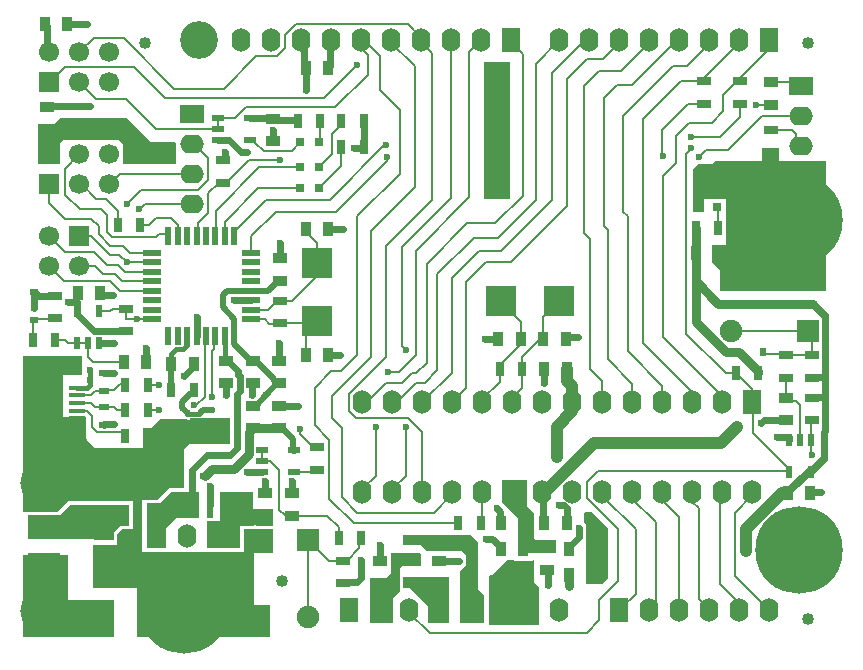
<source format=gtl>
G04*
G04 #@! TF.GenerationSoftware,Altium Limited,Altium Designer,19.1.4 (82)*
G04*
G04 Layer_Physical_Order=1*
G04 Layer_Color=255*
%FSLAX44Y44*%
%MOMM*%
G71*
G01*
G75*
%ADD10C,0.5000*%
%ADD11C,0.2000*%
%ADD12C,0.4000*%
%ADD13R,1.3000X0.7000*%
%ADD14R,0.7000X1.3000*%
%ADD15R,0.6858X0.5588*%
%ADD16R,0.5588X0.6858*%
%ADD17R,0.5500X1.5000*%
%ADD18R,1.5000X0.5500*%
%ADD19R,1.3500X0.4000*%
%ADD20R,1.9000X1.9000*%
%ADD21R,1.4000X1.6000*%
%ADD22R,1.3000X0.9000*%
%ADD23R,0.9000X1.3000*%
%ADD24R,1.6000X3.0000*%
%ADD25R,0.8000X0.8000*%
%ADD26R,2.7000X2.0000*%
%ADD27R,1.0000X0.5500*%
%ADD28R,0.5500X1.0000*%
%ADD29R,2.6000X2.5000*%
%ADD30R,0.9000X0.6000*%
%ADD31R,2.5000X2.6000*%
%ADD32R,3.5000X2.2000*%
%ADD33R,0.6000X2.2000*%
%ADD62C,1.9000*%
%ADD63R,1.9000X1.9000*%
%ADD68C,1.0160*%
%ADD69C,0.6000*%
%ADD70C,0.7000*%
%ADD71C,0.8000*%
%ADD72C,1.0000*%
%ADD73R,2.0000X1.6000*%
%ADD74O,2.0000X1.6000*%
%ADD75O,1.6000X2.0000*%
%ADD76R,1.6000X2.0000*%
%ADD77C,1.7000*%
%ADD78R,1.7000X1.7000*%
G04:AMPARAMS|DCode=79|XSize=2mm|YSize=1.25mm|CornerRadius=0.375mm|HoleSize=0mm|Usage=FLASHONLY|Rotation=0.000|XOffset=0mm|YOffset=0mm|HoleType=Round|Shape=RoundedRectangle|*
%AMROUNDEDRECTD79*
21,1,2.0000,0.5000,0,0,0.0*
21,1,1.2500,1.2500,0,0,0.0*
1,1,0.7500,0.6250,-0.2500*
1,1,0.7500,-0.6250,-0.2500*
1,1,0.7500,-0.6250,0.2500*
1,1,0.7500,0.6250,0.2500*
%
%ADD79ROUNDEDRECTD79*%
%ADD80C,7.4000*%
%ADD81C,3.2000*%
%ADD82C,4.0000*%
%ADD83C,0.6000*%
G36*
X111000Y422000D02*
X132037D01*
X132922Y420730D01*
X132905Y420600D01*
X133000Y419879D01*
Y403000D01*
X88000D01*
Y420000D01*
X84000Y424000D01*
X37000D01*
X34000Y421000D01*
Y403000D01*
X16000D01*
Y437000D01*
X29000D01*
X34000Y442000D01*
X91000D01*
X111000Y422000D01*
D02*
G37*
G36*
X643000Y406000D02*
X683000D01*
Y296000D01*
X593000D01*
Y313000D01*
X586000Y320000D01*
Y335000D01*
X598000D01*
Y360000D01*
Y374000D01*
X580000D01*
Y363000D01*
X570000D01*
Y398000D01*
X574902Y402902D01*
X575000Y402882D01*
X575591Y403000D01*
X586000D01*
X589000Y406000D01*
X629000D01*
Y417000D01*
X643000D01*
Y406000D01*
D02*
G37*
G36*
X415000Y374000D02*
X393000D01*
X393000Y490000D01*
X415000D01*
X415000Y374000D01*
D02*
G37*
G36*
X53000Y225000D02*
X37000D01*
Y189000D01*
X56000D01*
Y171000D01*
X57000Y170000D01*
X64000Y163000D01*
X105000D01*
Y180000D01*
X112000D01*
X119000Y187000D01*
X141508D01*
X142000Y186902D01*
X142451D01*
X142500Y186892D01*
X142549Y186902D01*
X152000D01*
X152225Y186947D01*
X152500Y186892D01*
X153041Y187000D01*
X177882D01*
Y166000D01*
X144000Y166000D01*
X139000Y161000D01*
Y129059D01*
X129000D01*
X128705Y129000D01*
X127000Y129000D01*
X117059Y119059D01*
X108000D01*
X107704Y119000D01*
X104500Y119000D01*
X104000Y119000D01*
X104000Y117937D01*
X104000Y75000D01*
X107704D01*
X108000Y74941D01*
X124000D01*
X124296Y75000D01*
X140879D01*
X141600Y74905D01*
X142321Y75000D01*
X158705D01*
X159000Y74941D01*
X166725D01*
X167000Y74905D01*
X167274Y74941D01*
X187000D01*
X187295Y75000D01*
X190000D01*
Y77705D01*
X190059Y78000D01*
Y83931D01*
X190019Y84129D01*
X190033Y84330D01*
X190000Y84578D01*
Y84922D01*
X190033Y85170D01*
X190019Y85372D01*
X190059Y85569D01*
Y93941D01*
X196782D01*
X196980Y93981D01*
X197181Y93967D01*
X197426Y94000D01*
X201574D01*
X201819Y93967D01*
X202020Y93981D01*
X202218Y93941D01*
X215000D01*
X215000Y74000D01*
X199000D01*
Y30000D01*
X212000D01*
Y3000D01*
X100000D01*
Y44000D01*
X62000D01*
X62000Y81000D01*
X83000Y81000D01*
X83000Y83250D01*
Y84705D01*
X83059Y85000D01*
Y90059D01*
X86941Y93941D01*
X93000D01*
X93295Y94000D01*
X96000Y94000D01*
Y96705D01*
X96059Y97000D01*
Y115000D01*
X96000Y115295D01*
Y118000D01*
X93295D01*
X93000Y118059D01*
X43000D01*
X43000Y118059D01*
X42705Y118000D01*
X41000D01*
X32059Y109059D01*
X7000D01*
X6705Y109000D01*
X3000D01*
Y241000D01*
X53000D01*
Y225000D01*
D02*
G37*
G36*
X198000Y111000D02*
X215000D01*
Y97000D01*
X202218D01*
X199500Y97358D01*
X196782Y97000D01*
X187000D01*
Y85569D01*
X186892Y84750D01*
X187000Y83931D01*
Y78000D01*
X159000D01*
X159000Y101000D01*
X170000D01*
X170000Y126000D01*
X198000D01*
Y111000D01*
D02*
G37*
G36*
X93000Y97000D02*
X85000D01*
X80000Y92000D01*
Y85000D01*
X64000D01*
X63000Y86000D01*
X7000D01*
Y106000D01*
X34000D01*
X43000Y115000D01*
X93000D01*
Y97000D01*
D02*
G37*
G36*
X152000Y104000D02*
X133000D01*
X124000Y95000D01*
Y78000D01*
X108000D01*
Y116000D01*
X119000D01*
X129000Y126000D01*
X152000D01*
Y104000D01*
D02*
G37*
G36*
X430000Y114000D02*
X436000Y108000D01*
Y86000D01*
X437000Y85000D01*
X454000D01*
Y74000D01*
X431000D01*
Y71000D01*
X429591D01*
X429000Y71118D01*
X428409Y71000D01*
X422591D01*
X422000Y71118D01*
Y104000D01*
X409000Y117000D01*
Y136000D01*
X430000D01*
Y114000D01*
D02*
G37*
G36*
X419000Y68000D02*
Y67500D01*
X434000D01*
Y67500D01*
X434500Y68000D01*
X436000Y68000D01*
X436000Y62478D01*
X436000Y49000D01*
X440000Y45000D01*
Y13000D01*
X398000D01*
X398000Y54102D01*
X398898Y55000D01*
X400000Y55000D01*
X413000Y68000D01*
X419000Y68000D01*
D02*
G37*
G36*
X484000Y109000D02*
X498000Y95000D01*
X498000Y53000D01*
X493000Y48000D01*
X480000D01*
X480000Y86908D01*
X480117Y87500D01*
Y95000D01*
X480000Y95592D01*
Y98000D01*
X478000Y100000D01*
X478000Y108102D01*
X478898Y109000D01*
X484000Y109000D01*
D02*
G37*
G36*
X388000Y83000D02*
Y43000D01*
X393000Y38000D01*
Y15000D01*
X373000D01*
Y59000D01*
X378000Y64000D01*
Y66409D01*
X378117Y67000D01*
X378000Y67591D01*
Y72000D01*
X374000Y76000D01*
X345000D01*
X340000Y81000D01*
X325000D01*
Y89000D01*
X382000D01*
X388000Y83000D01*
D02*
G37*
G36*
X364000Y37000D02*
Y15000D01*
X346000D01*
X346000Y29000D01*
X331000Y44000D01*
X325059Y44000D01*
Y54000D01*
X364000D01*
Y37000D01*
D02*
G37*
G36*
X340000Y73000D02*
Y63000D01*
X324000D01*
X322000Y61000D01*
Y42000D01*
X316000Y36000D01*
Y15000D01*
X297000D01*
Y53000D01*
X311000D01*
X315000Y57000D01*
Y74000D01*
X339000D01*
X340000Y73000D01*
D02*
G37*
G36*
X41000Y34000D02*
X80000D01*
Y3000D01*
X3000D01*
Y72000D01*
X41000D01*
Y34000D01*
D02*
G37*
D10*
X208500Y208000D02*
X218000Y217500D01*
X181750Y257750D02*
X182000Y257500D01*
X145000Y209000D02*
X147500D01*
X176000Y296000D02*
X196000D01*
X172000Y292000D02*
X176000Y296000D01*
X172000Y282000D02*
Y292000D01*
Y282000D02*
X182000Y272000D01*
Y258000D02*
Y272000D01*
X210500Y296000D02*
X219000Y304500D01*
X196000Y296000D02*
X210500D01*
X196000Y296000D02*
X196000Y296000D01*
X138000Y197000D02*
X142500Y192500D01*
X138000Y197000D02*
Y202000D01*
X152500Y192500D02*
X155059Y195059D01*
X162559D01*
X162750Y195250D01*
X147500Y209000D02*
Y212000D01*
X138000Y202000D02*
X145000Y209000D01*
X182000Y250500D02*
X196000Y236500D01*
X222000Y179500D02*
X231250Y170250D01*
Y162250D02*
Y170250D01*
X128500Y212000D02*
Y234000D01*
X200000Y198500D02*
X209000Y207500D01*
Y208000D01*
X198000Y198500D02*
X200000D01*
X218000Y217500D02*
X220000D01*
X215500Y220000D02*
X218000Y217500D01*
X215500Y220000D02*
Y221000D01*
X200000Y236500D02*
X215500Y221000D01*
X198000Y236500D02*
X200000D01*
X182000Y250500D02*
Y257500D01*
X196000Y236500D02*
X198000D01*
X181750Y257750D02*
X182000Y258000D01*
X219000Y304500D02*
X221000D01*
D11*
X483000Y230000D02*
Y340000D01*
X478000Y345000D02*
X483000Y340000D01*
X478000Y345000D02*
Y469000D01*
X169000Y387500D02*
X175000D01*
X194500Y407000D02*
X221000D01*
X175000Y387500D02*
X194500Y407000D01*
X90000Y272750D02*
Y280500D01*
Y272750D02*
X90500Y272250D01*
X100000D01*
X289500Y505500D02*
X292000Y508000D01*
X368500Y99000D02*
X371500Y102000D01*
X264000Y228000D02*
X272000D01*
X250000Y214000D02*
X264000Y228000D01*
X250000Y182000D02*
Y214000D01*
X365760Y374760D02*
Y508000D01*
X324000Y333000D02*
X365760Y374760D01*
X324000Y249000D02*
Y333000D01*
Y249000D02*
X327000Y246000D01*
X336000Y242000D02*
Y330000D01*
X321000Y227000D02*
X336000Y242000D01*
X312000Y227000D02*
X321000D01*
X332000Y226000D02*
X336000D01*
X324000Y218000D02*
X332000Y226000D01*
X310250Y218000D02*
X324000D01*
X345000Y235000D02*
Y319000D01*
X336000Y226000D02*
X345000Y235000D01*
X343000Y218000D02*
X354000Y229000D01*
X336000Y218000D02*
X343000D01*
X319930Y201930D02*
X336000Y218000D01*
X354000Y229000D02*
Y309787D01*
X366000Y226680D02*
Y307000D01*
X341250Y201930D02*
X366000Y226680D01*
X315850Y201930D02*
X319930D01*
X345000Y319000D02*
X379000Y353000D01*
X294180Y201930D02*
X310250Y218000D01*
X381000Y497840D02*
X391160Y508000D01*
X381000Y375000D02*
Y497840D01*
X336000Y330000D02*
X381000Y375000D01*
X290450Y201930D02*
X294180D01*
X329442Y188000D02*
X341250Y176192D01*
X285000Y188000D02*
X329442D01*
X302250Y139530D02*
Y180250D01*
X290450Y127730D02*
X302250Y139530D01*
X327500Y139380D02*
Y180750D01*
X379000Y353000D02*
X403000D01*
X385213Y341000D02*
X405000D01*
X354000Y309787D02*
X385213Y341000D01*
X389000Y330000D02*
X408000D01*
X366000Y307000D02*
X389000Y330000D01*
X395000Y320000D02*
X416000D01*
X378000Y303000D02*
X395000Y320000D01*
X378000Y213280D02*
Y303000D01*
X278950Y208693D02*
X310000Y239743D01*
Y334000D01*
X265000Y207000D02*
X297750Y239750D01*
Y346750D01*
X335000Y384000D01*
X278950Y194050D02*
Y208693D01*
X349000Y373000D02*
Y496962D01*
X335000Y384000D02*
Y485960D01*
X286000Y359000D02*
X322000Y395000D01*
Y449000D01*
X314960Y506000D02*
Y508000D01*
X310000Y334000D02*
X349000Y373000D01*
X340360Y508000D02*
Y510000D01*
Y505602D02*
X349000Y496962D01*
X340360Y505602D02*
Y508000D01*
X314960Y506000D02*
X335000Y485960D01*
X305000Y466000D02*
X322000Y449000D01*
X286000Y108000D02*
X350920D01*
X283000Y99000D02*
X368500D01*
X286000Y242000D02*
Y359000D01*
X278950Y194050D02*
X285000Y188000D01*
X272000Y228000D02*
X286000Y242000D01*
X262000Y120000D02*
X283000Y99000D01*
X262000Y120000D02*
Y170000D01*
X250000Y182000D02*
X262000Y170000D01*
X403000Y353000D02*
X426000Y376000D01*
X405000Y341000D02*
X437000Y373000D01*
X416560Y506000D02*
X426000Y496560D01*
Y376000D02*
Y496560D01*
X230750Y287500D02*
X252000Y308750D01*
X221000Y287500D02*
X230750D01*
X437000Y373000D02*
Y488000D01*
X408000Y330000D02*
X451000Y373000D01*
Y480000D01*
X416000Y320000D02*
X464000Y368000D01*
Y475000D01*
X416560Y506000D02*
Y508000D01*
X437000Y488000D02*
X457000Y508000D01*
X457200D01*
X478000Y469000D02*
X491000Y482000D01*
X495000Y459000D02*
X506000Y470000D01*
X495000Y350600D02*
Y459000D01*
Y350600D02*
X498000Y347600D01*
X511000Y444000D02*
X553000Y486000D01*
X511000Y363000D02*
Y444000D01*
Y363000D02*
X515000Y359000D01*
X464000Y475000D02*
X481000Y492000D01*
X451000Y480000D02*
X479000Y508000D01*
X482600D01*
X519050Y201930D02*
Y216950D01*
X493650Y201930D02*
Y219350D01*
X515000Y245000D02*
Y359000D01*
X509400Y482000D02*
X533400Y506000D01*
X483000Y230000D02*
X493650Y219350D01*
X498000Y238000D02*
Y347600D01*
X506000Y470000D02*
X518787D01*
X515000Y245000D02*
X544450Y215550D01*
X491000Y482000D02*
X509400D01*
X481000Y492000D02*
X494000D01*
X508000Y506000D02*
Y508000D01*
X494000Y492000D02*
X508000Y506000D01*
X498000Y238000D02*
X519050Y216950D01*
X518787Y470000D02*
X556787Y508000D01*
X305000Y466000D02*
Y495000D01*
X292000Y508000D02*
X305000Y495000D01*
X328860Y521500D02*
X340360Y510000D01*
X265000Y188000D02*
Y207000D01*
Y188000D02*
X273000Y180000D01*
Y121000D02*
Y180000D01*
X366650Y201930D02*
X378000Y213280D01*
X424500Y255000D02*
Y269500D01*
X407500Y286500D02*
X424500Y269500D01*
X273000Y121000D02*
X286000Y108000D01*
X350920D02*
X366650Y123730D01*
X224860Y512363D02*
X233997Y521500D01*
X328860D01*
X289500Y501500D02*
X295000Y496000D01*
Y479000D02*
Y496000D01*
X267250Y451250D02*
X295000Y479000D01*
X191550Y451250D02*
X267250D01*
X123500Y459000D02*
X258000D01*
X285875Y486875D01*
X238000Y174500D02*
Y179000D01*
Y174500D02*
X249000Y163500D01*
X252000D01*
X553000Y486000D02*
X565000D01*
X586000Y438000D02*
X596000Y448000D01*
X567000Y438000D02*
X586000D01*
X556000Y427000D02*
X567000Y438000D01*
X610000Y443000D02*
Y454500D01*
X593000Y426000D02*
X610000Y443000D01*
X569000Y426000D02*
X593000D01*
X628600Y443600D02*
X662000D01*
X600000Y415000D02*
X628600Y443600D01*
X581000Y415000D02*
X600000D01*
X544000Y412000D02*
X546000Y410000D01*
X544000Y432000D02*
X566500Y454500D01*
X544000Y412000D02*
Y432000D01*
X544450Y201930D02*
Y215550D01*
X595250Y201930D02*
Y206750D01*
X545000Y257000D02*
X595250Y206750D01*
X545000Y257000D02*
Y393000D01*
X569850Y201930D02*
Y210150D01*
X528000Y252000D02*
X569850Y210150D01*
X528000Y252000D02*
Y441000D01*
X609600Y505600D02*
Y508000D01*
X580000Y476000D02*
X609600Y505600D01*
X580000Y473500D02*
Y476000D01*
X635000Y501000D02*
Y508000D01*
X610000Y476000D02*
X635000Y501000D01*
X610000Y473500D02*
Y476000D01*
X575000Y409000D02*
X581000Y415000D01*
X545000Y393000D02*
X556000Y404000D01*
Y427000D01*
X596000Y448000D02*
Y462000D01*
X607500Y473500D01*
X610000D01*
X556787Y508000D02*
X558800D01*
X560500Y473500D02*
X580000D01*
X528000Y441000D02*
X560500Y473500D01*
X565000Y486000D02*
X581713Y502713D01*
Y505513D01*
X584200Y508000D01*
X533400Y506000D02*
Y508000D01*
X564500Y259500D02*
X598000Y226000D01*
X606500D01*
X564500Y259500D02*
Y411688D01*
X569000Y416188D01*
Y417000D01*
X649250Y143000D02*
X650625Y141625D01*
X671500Y242000D02*
Y261500D01*
X670500Y169500D02*
Y186000D01*
Y169500D02*
X670625Y169375D01*
X490000Y143000D02*
X649250D01*
X621000Y175250D02*
X651500Y144750D01*
X620650Y122650D02*
Y125730D01*
X606000Y108000D02*
X620650Y122650D01*
X606000Y54400D02*
Y108000D01*
Y54400D02*
X635000Y25400D01*
X593000Y123480D02*
X595250Y125730D01*
X593000Y48000D02*
Y123480D01*
Y48000D02*
X609600Y31400D01*
X481000Y120117D02*
X507000Y94117D01*
Y50000D02*
Y94117D01*
X491000Y34000D02*
X507000Y50000D01*
X519050Y119950D02*
X539000Y100000D01*
Y31000D02*
Y100000D01*
X533400Y25400D02*
X539000Y31000D01*
X544450Y118550D02*
X558800Y104200D01*
Y25400D02*
Y104200D01*
X569850Y117150D02*
X575000Y112000D01*
Y34600D02*
Y112000D01*
Y34600D02*
X584200Y25400D01*
X609600D02*
Y31400D01*
X569850Y117150D02*
Y125730D01*
X544450Y118550D02*
Y125730D01*
X493650Y122350D02*
X522000Y94000D01*
Y39400D02*
Y94000D01*
X508000Y25400D02*
X522000Y39400D01*
X519050Y119950D02*
Y125730D01*
X481000Y120117D02*
Y134000D01*
X490000Y143000D01*
X491000Y17000D02*
Y34000D01*
X493650Y122350D02*
Y125730D01*
X480250Y6250D02*
X491000Y17000D01*
X347350Y6250D02*
X480250D01*
X118000Y343750D02*
X126000D01*
X78250Y341750D02*
X116000D01*
X74000Y346000D02*
X78250Y341750D01*
X74000Y346000D02*
Y360000D01*
X77000Y334000D02*
X88000D01*
X67000Y344000D02*
X77000Y334000D01*
X67000Y344000D02*
Y351000D01*
X61000Y357000D02*
X67000Y351000D01*
X38500Y357000D02*
X61000D01*
X94000Y328000D02*
X112000D01*
X88000Y334000D02*
X94000Y328000D01*
X116000Y341750D02*
X118000Y343750D01*
X76400Y326600D02*
X84400D01*
X61000Y342000D02*
X76400Y326600D01*
X50800Y342000D02*
X61000D01*
X91000Y320000D02*
X112000D01*
X84400Y326600D02*
X91000Y320000D01*
X83808Y318000D02*
X89808Y312000D01*
X74000Y318000D02*
X83808D01*
X63400Y328600D02*
X74000Y318000D01*
X38800Y328600D02*
X63400D01*
X70632Y310368D02*
X80632D01*
X64400Y316600D02*
X70632Y310368D01*
X50800Y316600D02*
X64400D01*
X87000Y304000D02*
X112000D01*
X80632Y310368D02*
X87000Y304000D01*
X76842Y304600D02*
X85442Y296000D01*
X37400Y304600D02*
X76842D01*
X85442Y296000D02*
X112000D01*
X25400Y316600D02*
X37400Y304600D01*
X89808Y312000D02*
X112000D01*
X25400Y370100D02*
X38500Y357000D01*
X69000Y365000D02*
X74000Y360000D01*
X51000Y365000D02*
X69000D01*
X38800Y377200D02*
X51000Y365000D01*
X83250Y351750D02*
Y363750D01*
X72920Y374080D02*
X83250Y363750D01*
X64920Y374080D02*
X72920D01*
X38800Y377200D02*
Y399480D01*
X52920Y386080D02*
X64920Y374080D01*
X50800Y386080D02*
X52920D01*
X85320Y395200D02*
X146000D01*
X76200Y386080D02*
X85320Y395200D01*
X102550Y381300D02*
X151300D01*
X91000Y369750D02*
X102550Y381300D01*
X151300D02*
X160000Y390000D01*
X100250Y272000D02*
X112000D01*
X100000Y272250D02*
X100250Y272000D01*
X160000Y390000D02*
Y408600D01*
X148000Y420600D02*
X160000Y408600D01*
X146000Y420600D02*
X148000D01*
X206750Y414500D02*
X230500D01*
X199000Y422250D02*
X206750Y414500D01*
X166358Y363773D02*
X203085Y400500D01*
X166358Y342358D02*
Y363773D01*
X203085Y400500D02*
X237500D01*
X160000Y362000D02*
Y378500D01*
X169000Y387500D01*
X101000Y365000D02*
X101812D01*
X106612Y369800D01*
X146000D01*
X145950Y369750D02*
X146000Y369800D01*
X151250Y353250D02*
X160000Y362000D01*
X151250Y343250D02*
Y353250D01*
X202429Y383000D02*
X238000D01*
X174000Y354571D02*
X202429Y383000D01*
X311000Y406000D02*
Y409000D01*
X268000Y363000D02*
X311000Y406000D01*
X217000Y363000D02*
X268000D01*
X262929Y373000D02*
X308929Y419000D01*
X209000Y373000D02*
X262929D01*
X182000Y346000D02*
X209000Y373000D01*
X182000Y342000D02*
Y346000D01*
X196000Y342000D02*
X217000Y363000D01*
X196000Y328000D02*
Y342000D01*
X308929Y419000D02*
X310000D01*
X272500Y401500D02*
Y417500D01*
X254000Y383000D02*
X272500Y401500D01*
X265000Y429000D02*
X272500Y436500D01*
X265000Y412000D02*
Y429000D01*
X254000Y401000D02*
X265000Y412000D01*
X116000Y433000D02*
X168500D01*
X50800Y472440D02*
X64620Y458620D01*
X90380D01*
X116000Y433000D01*
X97000Y485500D02*
X123500Y459000D01*
X173000Y467000D02*
X200500Y494500D01*
X131000Y467000D02*
X173000D01*
X88160Y509840D02*
X131000Y467000D01*
X200500Y494500D02*
X218123D01*
X224860Y501237D02*
Y512363D01*
X218123Y494500D02*
X224860Y501237D01*
X62800Y509840D02*
X88160D01*
X149700Y199250D02*
X156750Y206300D01*
X147500Y199250D02*
X149700D01*
X156750Y206300D02*
Y256750D01*
X157713Y257713D01*
X162676Y206324D02*
Y244926D01*
X164750Y247000D01*
Y256750D01*
X162676Y206324D02*
X163250Y205750D01*
X164750Y256750D02*
X166000Y258000D01*
X566500Y454500D02*
X580000D01*
X237500Y400500D02*
X238000Y401000D01*
X330200Y23400D02*
X347350Y6250D01*
X61507Y180543D02*
Y190243D01*
X57250Y194500D02*
X61507Y190243D01*
Y180543D02*
X66050Y176000D01*
X651500Y142500D02*
Y144750D01*
X620650Y201930D02*
X621000Y201580D01*
X620000Y202580D02*
X620650Y201930D01*
X621000Y175250D02*
Y201580D01*
X219750Y110750D02*
Y144250D01*
X230750Y105750D02*
X231000Y105500D01*
X224750Y105750D02*
X230750D01*
X219750Y110750D02*
X224750Y105750D01*
X231000Y105500D02*
X260750D01*
X212000Y152000D02*
X219750Y144250D01*
X66050Y176000D02*
X87500D01*
X89500Y174000D01*
Y173000D02*
Y174000D01*
X85243Y217250D02*
X88250D01*
X79743Y211750D02*
X85243Y217250D01*
X64250Y211500D02*
X72000D01*
X88250Y217250D02*
X89500Y216000D01*
X72250Y211750D02*
X79743D01*
X72000Y211500D02*
X72250Y211750D01*
X604500Y261500D02*
X669500D01*
X128250Y357250D02*
X134000Y351500D01*
X115250Y357250D02*
X128250D01*
X134000Y342000D02*
X134000Y342000D01*
X109750Y351750D02*
X115250Y357250D01*
X134000Y342000D02*
Y351500D01*
X174000Y342000D02*
Y354571D01*
X166000Y342000D02*
X166358Y342358D01*
X150000Y342000D02*
X151250Y343250D01*
X48745Y194500D02*
X57250D01*
X63750Y197500D02*
X72000D01*
X60250Y201000D02*
X63750Y197500D01*
X48745Y201000D02*
X60250D01*
X250000Y142500D02*
X252000Y144500D01*
X232500Y142500D02*
X250000D01*
X205500Y152000D02*
Y161500D01*
Y152000D02*
X212000D01*
X270500Y87000D02*
Y95750D01*
X260750Y105500D02*
X270500Y95750D01*
X287500Y85000D02*
X289500Y87000D01*
X287500Y78000D02*
Y85000D01*
X277000Y67500D02*
X287500Y78000D01*
X274000Y67500D02*
X277000D01*
X244500Y84750D02*
X261750Y67500D01*
X274000D01*
X244500Y19750D02*
Y84750D01*
X390500Y99000D02*
X391275Y99775D01*
Y124955D01*
X392050Y125730D01*
X62000Y236000D02*
X88500D01*
X58000Y240000D02*
X62000Y236000D01*
X58000Y240000D02*
Y251500D01*
X60250Y207500D02*
X64250Y211500D01*
X48745Y207500D02*
X60250D01*
X108500Y216000D02*
X118500D01*
X108500Y195000D02*
X118500D01*
X83000D02*
X89500D01*
X80500Y197500D02*
X83000Y195000D01*
X72000Y197500D02*
X80500D01*
X30500Y254000D02*
X38500D01*
X41000Y251500D01*
X48500D01*
X58000D01*
X11500Y254000D02*
X11750Y254250D01*
Y270558D01*
X12000Y270808D01*
X12846Y271654D01*
X29154D01*
X30000Y272500D01*
X77000Y278500D02*
X79000Y280500D01*
X67500Y278500D02*
X77000D01*
X79000Y280500D02*
X90000D01*
X250000Y268500D02*
X252000Y270500D01*
X242500Y261000D02*
X250000Y268500D01*
X242500Y242000D02*
Y261000D01*
X221000Y268500D02*
X250000D01*
X211750Y268250D02*
X220750D01*
X221000Y268500D01*
X208000Y272000D02*
X211750Y268250D01*
X196000Y272000D02*
X208000D01*
X242500Y346000D02*
X252000Y336500D01*
X242500Y346000D02*
Y348000D01*
X252000Y319500D02*
Y336500D01*
Y308750D02*
Y319500D01*
X218000Y287500D02*
X221000D01*
X210500Y280000D02*
X218000Y287500D01*
X196000Y280000D02*
X210500D01*
X230500Y414500D02*
X238000Y422000D01*
X272500Y436500D02*
Y439500D01*
X254000Y422000D02*
X254250Y422250D01*
Y439750D01*
X254500Y440000D01*
X25400Y342000D02*
X38800Y328600D01*
X25400Y370100D02*
Y386080D01*
X102250Y351750D02*
X109750D01*
X38800Y399480D02*
X50800Y411480D01*
X289500Y501500D02*
Y505500D01*
X289560Y508000D02*
X292000D01*
X182800Y442500D02*
X191550Y451250D01*
X168500Y442500D02*
X182800D01*
X168500Y433000D02*
Y442500D01*
X38460Y485500D02*
X97000D01*
X25400Y472440D02*
X38460Y485500D01*
X50800Y497840D02*
X62800Y509840D01*
X424500Y251000D02*
Y255000D01*
X408500Y235000D02*
X424500Y251000D01*
X408500Y232000D02*
Y235000D01*
X417450Y201930D02*
Y205508D01*
X425500Y213558D01*
Y230000D01*
X440450Y255000D02*
X443500D01*
X425500Y240050D02*
X440450Y255000D01*
X425500Y230000D02*
Y240050D01*
X443500Y274000D02*
X456500Y287000D01*
X443500Y255000D02*
Y274000D01*
X392050Y204550D02*
X406500Y219000D01*
X392050Y201930D02*
Y204550D01*
X406500Y219000D02*
Y230000D01*
X408500Y232000D01*
X407500Y286500D02*
Y287000D01*
X657750Y202500D02*
X661000Y199250D01*
X652000Y202500D02*
X657750D01*
X649000Y205500D02*
X652000Y202500D01*
X661000Y169500D02*
Y199250D01*
X649000Y205500D02*
Y222500D01*
X671000Y241500D02*
X671500Y242000D01*
X649000Y241500D02*
X649000Y241500D01*
X671000D01*
X647750Y242750D02*
X649000Y241500D01*
X630442Y242750D02*
X647750D01*
X629192Y244000D02*
X630442Y242750D01*
X591250Y349250D02*
X591500Y349000D01*
X591250Y349250D02*
Y366750D01*
X591000Y367000D02*
X591250Y366750D01*
X653750Y432500D02*
X657513Y428737D01*
Y422687D02*
Y428737D01*
Y422687D02*
X662000Y418200D01*
X636000Y432500D02*
X653750D01*
X658500Y472500D02*
X662000Y469000D01*
X636000Y472500D02*
X658500D01*
X620000Y202580D02*
Y212500D01*
X606500Y226000D02*
X620000Y212500D01*
X670625Y156875D02*
Y169375D01*
X330200Y23400D02*
Y25400D01*
X670625Y156875D02*
X670750Y156750D01*
X623750Y453500D02*
X636000D01*
X315850Y127730D02*
X327500Y139380D01*
X315850Y125730D02*
Y127730D01*
X341250Y125730D02*
Y176192D01*
X290450Y125730D02*
Y127730D01*
X371500Y99000D02*
Y102000D01*
X366650Y123730D02*
Y125730D01*
D12*
X142000Y192000D02*
X142500Y192500D01*
X142000Y192000D02*
X152000D01*
X152500Y192500D01*
X60000Y220750D02*
Y229250D01*
X142000Y250093D02*
Y258000D01*
X138407Y246500D02*
X142000Y250093D01*
X128500Y234000D02*
X128500Y234000D01*
X132500Y246500D02*
X138407D01*
X128500Y242500D02*
X132500Y246500D01*
X128500Y234000D02*
Y242500D01*
X174000Y237500D02*
Y258000D01*
X60000Y216343D02*
Y220750D01*
X57657Y214000D02*
X60000Y216343D01*
X48745Y214000D02*
X57657D01*
D13*
X172000Y387500D02*
D03*
Y406500D02*
D03*
X221000Y287500D02*
D03*
Y268500D02*
D03*
X610000Y454500D02*
D03*
Y473500D02*
D03*
X580000D02*
D03*
Y454500D02*
D03*
X636000Y413500D02*
D03*
Y432500D02*
D03*
X252000Y163500D02*
D03*
Y144500D02*
D03*
X649000Y222500D02*
D03*
Y241500D02*
D03*
X332000Y85500D02*
D03*
Y66500D02*
D03*
Y47500D02*
D03*
Y66500D02*
D03*
X90000Y280500D02*
D03*
Y261500D02*
D03*
X671000Y205500D02*
D03*
Y186500D02*
D03*
X30000Y272500D02*
D03*
Y291500D02*
D03*
X671000Y222500D02*
D03*
Y241500D02*
D03*
X274000Y67500D02*
D03*
Y48500D02*
D03*
D14*
X291500Y439500D02*
D03*
X272500D02*
D03*
Y417500D02*
D03*
X291500D02*
D03*
X83250Y351750D02*
D03*
X102250D02*
D03*
X89500Y216000D02*
D03*
X108500D02*
D03*
Y195000D02*
D03*
X89500D02*
D03*
Y173000D02*
D03*
X108500D02*
D03*
X371500Y99000D02*
D03*
X390500D02*
D03*
X254500Y440000D02*
D03*
X235500D02*
D03*
X406500Y230000D02*
D03*
X425500D02*
D03*
X591500Y349000D02*
D03*
X572500D02*
D03*
X11500Y254000D02*
D03*
X30500D02*
D03*
X289500Y87000D02*
D03*
X270500D02*
D03*
X147500Y212000D02*
D03*
X128500D02*
D03*
X625500Y226000D02*
D03*
X606500D02*
D03*
D15*
X12000Y295192D02*
D03*
Y270808D02*
D03*
D16*
X629192Y244000D02*
D03*
X604808D02*
D03*
D17*
X182000Y258000D02*
D03*
X174000D02*
D03*
X166000D02*
D03*
X158000D02*
D03*
X150000D02*
D03*
X142000D02*
D03*
X134000D02*
D03*
X126000D02*
D03*
Y342000D02*
D03*
X134000D02*
D03*
X142000D02*
D03*
X150000D02*
D03*
X158000D02*
D03*
X166000D02*
D03*
X174000D02*
D03*
X182000D02*
D03*
D18*
X112000Y272000D02*
D03*
Y280000D02*
D03*
Y288000D02*
D03*
Y296000D02*
D03*
Y304000D02*
D03*
Y312000D02*
D03*
Y320000D02*
D03*
Y328000D02*
D03*
X196000D02*
D03*
Y320000D02*
D03*
Y312000D02*
D03*
Y304000D02*
D03*
Y296000D02*
D03*
Y288000D02*
D03*
Y280000D02*
D03*
Y272000D02*
D03*
D19*
X48745Y214000D02*
D03*
Y207500D02*
D03*
Y201000D02*
D03*
Y194500D02*
D03*
Y188000D02*
D03*
D20*
X21995Y189000D02*
D03*
Y213000D02*
D03*
X244500Y84750D02*
D03*
D21*
X46495Y233000D02*
D03*
Y169000D02*
D03*
D22*
X198000Y236500D02*
D03*
Y217500D02*
D03*
X220000Y217500D02*
D03*
Y236500D02*
D03*
X175000Y236500D02*
D03*
Y217500D02*
D03*
X636000Y472500D02*
D03*
Y453500D02*
D03*
X23000Y432500D02*
D03*
Y451500D02*
D03*
X305000Y48500D02*
D03*
Y67500D02*
D03*
X114000Y111500D02*
D03*
Y130500D02*
D03*
X355000Y48500D02*
D03*
Y67500D02*
D03*
X208000Y105500D02*
D03*
Y124500D02*
D03*
X221000Y304500D02*
D03*
Y323500D02*
D03*
X447000Y78500D02*
D03*
Y59500D02*
D03*
X220000Y179500D02*
D03*
Y198500D02*
D03*
X231000Y105500D02*
D03*
Y124500D02*
D03*
X649000Y205500D02*
D03*
Y186500D02*
D03*
X215000Y441500D02*
D03*
Y422500D02*
D03*
X198000Y198500D02*
D03*
Y179500D02*
D03*
D23*
X242500Y242000D02*
D03*
X261500D02*
D03*
X21500Y522000D02*
D03*
X40500D02*
D03*
X484500Y77000D02*
D03*
X465500D02*
D03*
X383500Y49000D02*
D03*
X402500D02*
D03*
X128500Y234000D02*
D03*
X147500D02*
D03*
X242500Y348000D02*
D03*
X261500D02*
D03*
X443500Y255000D02*
D03*
X462500D02*
D03*
X650500Y125000D02*
D03*
X669500D02*
D03*
X426500Y99000D02*
D03*
X407500D02*
D03*
X49500Y294250D02*
D03*
X68500D02*
D03*
X484500Y55000D02*
D03*
X465500D02*
D03*
X426500Y77000D02*
D03*
X407500D02*
D03*
X463500Y230000D02*
D03*
X444500D02*
D03*
X88500Y236000D02*
D03*
X107500D02*
D03*
X242500Y485000D02*
D03*
X261500D02*
D03*
X444500Y99000D02*
D03*
X463500D02*
D03*
X572500Y328000D02*
D03*
X591500D02*
D03*
X424500Y255000D02*
D03*
X405500D02*
D03*
D24*
X72000Y99500D02*
D03*
Y140500D02*
D03*
Y19500D02*
D03*
Y60500D02*
D03*
D25*
X254000Y401000D02*
D03*
X238000D02*
D03*
X254000Y422000D02*
D03*
X238000D02*
D03*
X591000Y367000D02*
D03*
X575000D02*
D03*
X254000Y383000D02*
D03*
X238000D02*
D03*
D26*
X21000Y96000D02*
D03*
Y64000D02*
D03*
D27*
X168500Y442500D02*
D03*
Y433000D02*
D03*
Y423500D02*
D03*
X195500Y442500D02*
D03*
Y423500D02*
D03*
X205500Y161500D02*
D03*
Y152000D02*
D03*
Y142500D02*
D03*
X232500Y161500D02*
D03*
Y142500D02*
D03*
D28*
X48500Y251500D02*
D03*
X58000D02*
D03*
X67500D02*
D03*
X48500Y278500D02*
D03*
X67500D02*
D03*
X670500Y169500D02*
D03*
X661000D02*
D03*
X651500D02*
D03*
X670500Y142500D02*
D03*
X651500D02*
D03*
D29*
X252000Y319500D02*
D03*
Y270500D02*
D03*
D30*
X72000Y197500D02*
D03*
Y182500D02*
D03*
Y211500D02*
D03*
Y226500D02*
D03*
D31*
X407500Y287000D02*
D03*
X456500D02*
D03*
D32*
X161000Y177000D02*
D03*
D33*
X186400Y115000D02*
D03*
X173700D02*
D03*
X161000D02*
D03*
X148300D02*
D03*
X135600D02*
D03*
D62*
X199500Y84750D02*
D03*
Y19750D02*
D03*
X244500D02*
D03*
X602500Y261500D02*
D03*
Y306500D02*
D03*
X667500D02*
D03*
D63*
Y261500D02*
D03*
D68*
X668000Y506000D02*
D03*
Y18000D02*
D03*
X222000Y50000D02*
D03*
X106250Y506000D02*
D03*
D69*
X463500Y99500D02*
X463750Y99250D01*
X207250Y125250D02*
X208000Y126000D01*
X187559Y413441D02*
X192309D01*
X177750Y423250D02*
X187559Y413441D01*
X168750Y423250D02*
X177750D01*
X192309Y413441D02*
X192500Y413250D01*
X168500Y423500D02*
X168750Y423250D01*
X174209Y408000D02*
Y413791D01*
X172709Y406500D02*
X174209Y408000D01*
X400000Y379000D02*
X400000D01*
X682500Y223000D02*
Y274500D01*
X40875Y286375D02*
X49000D01*
X682500Y206000D02*
Y223000D01*
Y177500D02*
Y206000D01*
X671000Y205500D02*
X671500Y206000D01*
X682500D01*
X681000Y153750D02*
Y176000D01*
X682500Y177500D01*
X671500Y223000D02*
X682500D01*
X671000Y222500D02*
X671500Y223000D01*
X404000Y112000D02*
X407000Y109000D01*
Y99500D02*
Y109000D01*
Y99500D02*
X407500Y99000D01*
X70000Y292750D02*
X79500D01*
X68500Y294250D02*
X70000Y292750D01*
X178000Y157000D02*
X184000Y163000D01*
X159000Y157000D02*
X178000D01*
X146000Y144000D02*
X159000Y157000D01*
X146000Y117300D02*
Y144000D01*
Y117300D02*
X148300Y115000D01*
X184000Y163000D02*
Y208429D01*
X186500Y210929D01*
X185500Y225071D02*
Y228000D01*
Y225071D02*
X186500Y224071D01*
Y210929D02*
Y224071D01*
X177000Y236500D02*
X185500Y228000D01*
X23000Y451500D02*
X23500Y452000D01*
X60000D01*
X161000Y115000D02*
Y131000D01*
X285500Y49000D02*
X289000Y52500D01*
X274500Y49000D02*
X285500D01*
X274000Y48500D02*
X274500Y49000D01*
X231000Y124500D02*
Y134500D01*
X208000Y126000D02*
Y135000D01*
X207250Y125250D02*
X208000Y124500D01*
X355500Y67000D02*
X372000D01*
X465500Y79000D02*
X474000Y87500D01*
Y95000D01*
X289000Y52500D02*
Y68000D01*
X444250Y218250D02*
Y229750D01*
X444500Y230000D01*
X464250Y256750D02*
X472750D01*
X462500Y255000D02*
X464250Y256750D01*
X394250Y255000D02*
X405500D01*
X107000Y236500D02*
Y247250D01*
Y236500D02*
X107500Y236000D01*
X139000Y224000D02*
X139500D01*
X139000Y223750D02*
Y224000D01*
X139500D02*
X147500Y232000D01*
Y234000D01*
X150000Y258000D02*
Y274000D01*
X150000Y274000D01*
X175000Y207500D02*
Y217500D01*
X197000Y208000D02*
Y216500D01*
X198000Y217500D01*
X235500Y198500D02*
X235750Y198250D01*
X220000Y198500D02*
X235500D01*
X262250Y241250D02*
X271500D01*
X261500Y242000D02*
X262250Y241250D01*
X220000Y236500D02*
Y251750D01*
X181750Y288000D02*
X196000D01*
X221000Y323500D02*
Y336750D01*
X274000Y348000D02*
X274000Y348000D01*
X261500Y348000D02*
X274000D01*
X261500Y485000D02*
X262830Y486330D01*
Y506670D01*
X264160Y508000D01*
X215000Y422500D02*
Y431750D01*
X196000Y442000D02*
X214500D01*
X56750Y522000D02*
X57000Y522250D01*
X40500Y522000D02*
X56750D01*
X630250Y186500D02*
X649000D01*
X627500Y183750D02*
X630250Y186500D01*
X641250Y172500D02*
X641750D01*
X642133Y172117D01*
X650750D01*
Y172500D02*
X651500Y171750D01*
X650750Y172117D02*
Y172500D01*
X651500Y169500D02*
Y171750D01*
X670250Y125750D02*
X678500D01*
X669500Y125000D02*
X670250Y125750D01*
X465500Y77000D02*
Y79000D01*
X457250Y114500D02*
X460750D01*
X463500Y111750D01*
Y99500D02*
Y111750D01*
Y99000D02*
X463750Y99250D01*
X395000Y86000D02*
X400500D01*
X407500Y79000D01*
Y77000D02*
Y79000D01*
X355000Y67500D02*
X355500Y67000D01*
X305000Y67500D02*
Y80500D01*
X193000Y142500D02*
X205500D01*
X67500Y251500D02*
X79750D01*
X72250Y226250D02*
X80000D01*
X72000Y226500D02*
X72250Y226250D01*
X72250Y183250D02*
X80500D01*
X72000Y183500D02*
X72250Y183250D01*
X72000Y182500D02*
Y183500D01*
X442850Y125730D02*
X443675Y124905D01*
Y99825D02*
Y124905D01*
Y99825D02*
X444500Y99000D01*
X238760Y508000D02*
X240630Y506130D01*
Y486870D02*
Y506130D01*
Y486870D02*
X242500Y485000D01*
X23450Y499790D02*
X25400Y497840D01*
X23450Y499790D02*
Y520050D01*
X21500Y522000D02*
X23450Y520050D01*
X283250Y417250D02*
X291250D01*
X291500Y417500D01*
Y439500D01*
X226750Y440250D02*
X235250D01*
X235500Y440000D01*
X216250Y440250D02*
X226750D01*
X215000Y441500D02*
X216250Y440250D01*
X214500Y442000D02*
X215000Y441500D01*
X195500Y442500D02*
X196000Y442000D01*
X172000Y406500D02*
X172709D01*
X12250Y281250D02*
Y294942D01*
X12000Y295192D02*
X12250Y294942D01*
X12000Y295192D02*
X12635D01*
X16327Y291500D01*
X30000D01*
X49000Y279000D02*
Y286375D01*
X48500Y278500D02*
X49000Y279000D01*
X48500Y276250D02*
X63250Y261500D01*
X48500Y276250D02*
Y278500D01*
X63250Y261500D02*
X90000D01*
X220000Y179500D02*
X220000Y179500D01*
X222000D01*
X231250Y162250D02*
X232000Y161500D01*
X232500D01*
X447000Y59500D02*
X447250Y59250D01*
Y46500D02*
Y59250D01*
X175000Y236500D02*
X177000D01*
X174000Y237500D02*
X175000Y236500D01*
X135600Y112500D02*
Y115000D01*
X242375Y465875D02*
Y484875D01*
X242500Y485000D01*
D70*
X672000Y285000D02*
X682500Y274500D01*
X671000Y143750D02*
X681000Y153750D01*
X671000Y143000D02*
Y143750D01*
X670500Y142500D02*
X671000Y143000D01*
X668222Y142500D02*
X670500D01*
X651500Y127000D02*
X652722D01*
X668222Y142500D01*
X650500Y126000D02*
X651500Y127000D01*
X650500Y125000D02*
Y126000D01*
D71*
X591500Y285000D02*
X672000D01*
X572500Y304000D02*
Y328000D01*
Y269580D02*
Y304000D01*
X591500Y285000D01*
X604808Y244000D02*
X609500D01*
X625500Y228000D01*
Y226000D02*
Y228000D01*
X572500Y269580D02*
X598080Y244000D01*
X604808D01*
X572500Y328000D02*
Y349000D01*
X465250Y46250D02*
Y54750D01*
X465500Y55000D01*
X194500Y176000D02*
X198000Y179500D01*
X182000Y145000D02*
X194500Y157500D01*
X162750Y145000D02*
X182000D01*
X156938Y139187D02*
X162750Y145000D01*
X195500Y179000D02*
X196000Y179500D01*
X194500Y157500D02*
Y176000D01*
X196000Y179500D02*
X198000D01*
X220000D01*
D72*
X615500Y76000D02*
Y94500D01*
X646000Y125000D01*
X442850Y125730D02*
X445037D01*
X486307Y167000D02*
X594250D01*
X445037Y125730D02*
X486307Y167000D01*
X594250D02*
X607750Y180500D01*
X455000Y181000D02*
X468250Y194250D01*
X455000Y155000D02*
Y181000D01*
X468250Y194250D02*
Y201930D01*
X463500Y219843D02*
X468250Y215093D01*
Y201930D02*
Y215093D01*
X463500Y219843D02*
Y230000D01*
D73*
X146000Y446000D02*
D03*
X662000Y469000D02*
D03*
D74*
X146000Y420600D02*
D03*
Y395200D02*
D03*
Y369800D02*
D03*
X662000Y418200D02*
D03*
Y443600D02*
D03*
D75*
X290450Y125730D02*
D03*
X315850D02*
D03*
X341250D02*
D03*
X366650D02*
D03*
X392050D02*
D03*
X417450D02*
D03*
X442850D02*
D03*
X468250D02*
D03*
X493650D02*
D03*
X519050D02*
D03*
X544450D02*
D03*
X569850D02*
D03*
X595250D02*
D03*
X620650D02*
D03*
X290450Y201930D02*
D03*
X315850D02*
D03*
X341250D02*
D03*
X366650D02*
D03*
X392050D02*
D03*
X417450D02*
D03*
X442850D02*
D03*
X468250D02*
D03*
X493650D02*
D03*
X519050D02*
D03*
X544450D02*
D03*
X569850D02*
D03*
X595250D02*
D03*
X167000Y88000D02*
D03*
X141600D02*
D03*
X391160Y508000D02*
D03*
X365760D02*
D03*
X340360D02*
D03*
X314960D02*
D03*
X289560D02*
D03*
X264160D02*
D03*
X238760D02*
D03*
X213360D02*
D03*
X187960D02*
D03*
X457200D02*
D03*
X482600D02*
D03*
X508000D02*
D03*
X533400D02*
D03*
X558800D02*
D03*
X584200D02*
D03*
X609600D02*
D03*
X533400Y25400D02*
D03*
X558800D02*
D03*
X584200D02*
D03*
X609600D02*
D03*
X635000D02*
D03*
X457200D02*
D03*
X431800D02*
D03*
X406400D02*
D03*
X381000D02*
D03*
X355600D02*
D03*
X330200D02*
D03*
X304800D02*
D03*
D76*
X620650Y201930D02*
D03*
X116200Y88000D02*
D03*
X416560Y508000D02*
D03*
X635000D02*
D03*
X508000Y25400D02*
D03*
X279400D02*
D03*
D77*
X25400Y316600D02*
D03*
X50800D02*
D03*
X25400Y342000D02*
D03*
X50800Y386080D02*
D03*
X76200D02*
D03*
X25400Y411480D02*
D03*
X50800D02*
D03*
X76200D02*
D03*
X50800Y472440D02*
D03*
X76200D02*
D03*
X25400Y497840D02*
D03*
X50800D02*
D03*
X76200D02*
D03*
D78*
X50800Y342000D02*
D03*
X25400Y386080D02*
D03*
Y472440D02*
D03*
D79*
X21995Y234000D02*
D03*
Y168000D02*
D03*
D80*
X139700Y25400D02*
D03*
X660400Y76200D02*
D03*
Y355600D02*
D03*
D81*
X152400Y508000D02*
D03*
D82*
X21000Y25000D02*
D03*
Y133000D02*
D03*
D83*
X174209Y413791D02*
D03*
X109000Y162000D02*
D03*
X101000Y154000D02*
D03*
X117000Y162000D02*
D03*
X109000Y154000D02*
D03*
X135000Y169000D02*
D03*
Y176000D02*
D03*
Y183000D02*
D03*
X400000Y478000D02*
D03*
X400000Y486000D02*
D03*
X407000D02*
D03*
Y478000D02*
D03*
Y379000D02*
D03*
Y387000D02*
D03*
X400000D02*
D03*
X327000Y246000D02*
D03*
X285875Y486875D02*
D03*
X545000Y410000D02*
D03*
X575000Y383000D02*
D03*
Y390000D02*
D03*
X615000Y83000D02*
D03*
X455000Y155000D02*
D03*
X404000Y112000D02*
D03*
X429000Y65000D02*
D03*
X422000D02*
D03*
X326000Y68000D02*
D03*
X100000Y272250D02*
D03*
X101000Y365000D02*
D03*
X91000Y320000D02*
D03*
Y369750D02*
D03*
X310000Y419000D02*
D03*
X311000Y409000D02*
D03*
X118000Y417000D02*
D03*
Y408000D02*
D03*
X147500Y199250D02*
D03*
X569000Y426000D02*
D03*
Y417000D02*
D03*
X575000Y409000D02*
D03*
X400000Y379000D02*
D03*
X231000Y134500D02*
D03*
X208000Y135000D02*
D03*
X117000Y176000D02*
D03*
X161000Y131000D02*
D03*
X372000Y67000D02*
D03*
X221000Y407000D02*
D03*
X474000Y95000D02*
D03*
X482000Y105000D02*
D03*
X60000Y452000D02*
D03*
X319000Y68000D02*
D03*
X289000D02*
D03*
X79500Y292750D02*
D03*
X444250Y218250D02*
D03*
X472750Y256750D02*
D03*
X394250Y255000D02*
D03*
X107000Y247250D02*
D03*
X139000Y224000D02*
D03*
X150000Y274000D02*
D03*
X175000Y207500D02*
D03*
X197000Y208000D02*
D03*
X235750Y198250D02*
D03*
X271500Y241250D02*
D03*
X220000Y251750D02*
D03*
X181750Y288000D02*
D03*
X221000Y336750D02*
D03*
X274000Y348000D02*
D03*
X215000Y431750D02*
D03*
X192500Y413250D02*
D03*
X57000Y522250D02*
D03*
X575000Y397000D02*
D03*
X627500Y183750D02*
D03*
X641750Y172500D02*
D03*
X678500Y125750D02*
D03*
X457250Y114500D02*
D03*
X415000Y65000D02*
D03*
X395000Y86000D02*
D03*
X305000Y80500D02*
D03*
X193000Y142500D02*
D03*
X79750Y251500D02*
D03*
X80000Y226250D02*
D03*
X80500Y183250D02*
D03*
X283250Y417250D02*
D03*
X226750Y440250D02*
D03*
X126000Y412000D02*
D03*
X12250Y281250D02*
D03*
X40875Y286375D02*
D03*
X155750Y138750D02*
D03*
X447250Y46500D02*
D03*
X465250Y46250D02*
D03*
X615500Y76000D02*
D03*
X238000Y179000D02*
D03*
X209000Y208000D02*
D03*
X162750Y195250D02*
D03*
X88500Y111000D02*
D03*
Y101000D02*
D03*
X60000Y220750D02*
D03*
Y229250D02*
D03*
X163250Y205750D02*
D03*
X118500Y216000D02*
D03*
Y195000D02*
D03*
X242375Y465875D02*
D03*
X607750Y180500D02*
D03*
X670750Y156750D02*
D03*
X623750Y453500D02*
D03*
X327500Y180750D02*
D03*
X302250Y180250D02*
D03*
X312000Y227000D02*
D03*
M02*

</source>
